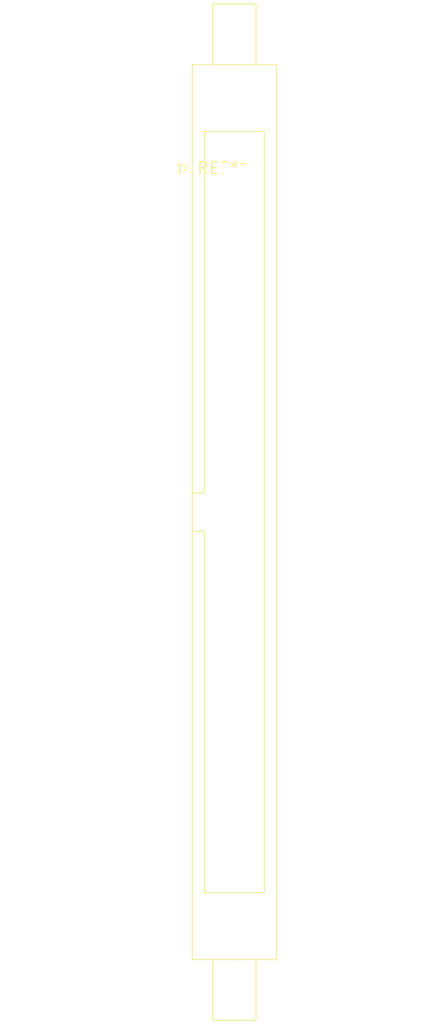
<source format=kicad_pcb>
(kicad_pcb (version 20240108) (generator pcbnew)
  (layers (0 "F.Cu" signal) (31 "B.Cu" signal) (34 "B.Paste" user) (35 "F.Paste" user) (36 "B.SilkS" user "B.Silkscreen") (37 "F.SilkS" user "F.Silkscreen") (38 "B.Mask" user) (39 "F.Mask" user) (44 "Edge.Cuts" user))
  (net 0 "")
  (footprint "IDC-Header_2x30_P2.54mm_Latch6.5mm_Vertical" (layer "F.Cu") (at 0 0)
    (property "Reference" "REF**")
    (property "Value" "IDC-Header_2x30_P2.54mm_Latch6.5mm_Vertical")
    (fp_line (start -4.63 -0.5) (end -4.63 0.5) (layer "F.SilkS") (stroke (width 0.12)))
    (fp_line (start -4.63 0.5) (end -3.63 0) (layer "F.SilkS") (stroke (width 0.12)))
    (fp_line (start -3.63 0) (end -4.63 -0.5) (layer "F.SilkS") (stroke (width 0.12)))
    (fp_line (start -3.24 -11.08) (end 5.78 -11.08) (layer "F.SilkS") (stroke (width 0.12)))
    (fp_line (start -3.24 34.78) (end -1.93 34.78) (layer "F.SilkS") (stroke (width 0.12)))
    (fp_line (start -3.24 84.74) (end -3.24 -11.08) (layer "F.SilkS") (stroke (width 0.12)))
    (fp_line (start -1.93 -3.92) (end 4.47 -3.92) (layer "F.SilkS") (stroke (width 0.12)))
    (fp_line (start -1.93 34.78) (end -1.93 -3.92) (layer "F.SilkS") (stroke (width 0.12)))
    (fp_line (start -1.93 38.88) (end -3.24 38.88) (layer "F.SilkS") (stroke (width 0.12)))
    (fp_line (start -1.93 38.88) (end -1.93 38.88) (layer "F.SilkS") (stroke (width 0.12)))
    (fp_line (start -1.93 77.58) (end -1.93 38.88) (layer "F.SilkS") (stroke (width 0.12)))
    (fp_line (start -1.04 -17.58) (end 3.58 -17.58) (layer "F.SilkS") (stroke (width 0.12)))
    (fp_line (start -1.04 -11.08) (end -1.04 -17.58) (layer "F.SilkS") (stroke (width 0.12)))
    (fp_line (start -1.04 84.74) (end -1.04 91.24) (layer "F.SilkS") (stroke (width 0.12)))
    (fp_line (start -1.04 91.24) (end 3.58 91.24) (layer "F.SilkS") (stroke (width 0.12)))
    (fp_line (start 3.58 -17.58) (end 3.58 -11.08) (layer "F.SilkS") (stroke (width 0.12)))
    (fp_line (start 3.58 91.24) (end 3.58 84.74) (layer "F.SilkS") (stroke (width 0.12)))
    (fp_line (start 4.47 -3.92) (end 4.47 77.58) (layer "F.SilkS") (stroke (width 0.12)))
    (fp_line (start 4.47 77.58) (end -1.93 77.58) (layer "F.SilkS") (stroke (width 0.12)))
    (fp_line (start 5.78 -11.08) (end 5.78 84.74) (layer "F.SilkS") (stroke (width 0.12)))
    (fp_line (start 5.78 84.74) (end -3.24 84.74) (layer "F.SilkS") (stroke (width 0.12)))
    (pad "1" thru_hole roundrect (at 0 0) (size 1.7 1.7) (drill 1) (layers *.Cu *.Mask) (remove_unused_layers) (roundrect_rratio 0.147059))
    (pad "2" thru_hole circle (at 2.54 0) (size 1.7 1.7) (drill 1) (layers *.Cu *.Mask) (remove_unused_layers))
    (pad "3" thru_hole circle (at 0 2.54) (size 1.7 1.7) (drill 1) (layers *.Cu *.Mask) (remove_unused_layers))
    (pad "4" thru_hole circle (at 2.54 2.54) (size 1.7 1.7) (drill 1) (layers *.Cu *.Mask) (remove_unused_layers))
    (pad "5" thru_hole circle (at 0 5.08) (size 1.7 1.7) (drill 1) (layers *.Cu *.Mask) (remove_unused_layers))
    (pad "6" thru_hole circle (at 2.54 5.08) (size 1.7 1.7) (drill 1) (layers *.Cu *.Mask) (remove_unused_layers))
    (pad "7" thru_hole circle (at 0 7.62) (size 1.7 1.7) (drill 1) (layers *.Cu *.Mask) (remove_unused_layers))
    (pad "8" thru_hole circle (at 2.54 7.62) (size 1.7 1.7) (drill 1) (layers *.Cu *.Mask) (remove_unused_layers))
    (pad "9" thru_hole circle (at 0 10.16) (size 1.7 1.7) (drill 1) (layers *.Cu *.Mask) (remove_unused_layers))
    (pad "10" thru_hole circle (at 2.54 10.16) (size 1.7 1.7) (drill 1) (layers *.Cu *.Mask) (remove_unused_layers))
    (pad "11" thru_hole circle (at 0 12.7) (size 1.7 1.7) (drill 1) (layers *.Cu *.Mask) (remove_unused_layers))
    (pad "12" thru_hole circle (at 2.54 12.7) (size 1.7 1.7) (drill 1) (layers *.Cu *.Mask) (remove_unused_layers))
    (pad "13" thru_hole circle (at 0 15.24) (size 1.7 1.7) (drill 1) (layers *.Cu *.Mask) (remove_unused_layers))
    (pad "14" thru_hole circle (at 2.54 15.24) (size 1.7 1.7) (drill 1) (layers *.Cu *.Mask) (remove_unused_layers))
    (pad "15" thru_hole circle (at 0 17.78) (size 1.7 1.7) (drill 1) (layers *.Cu *.Mask) (remove_unused_layers))
    (pad "16" thru_hole circle (at 2.54 17.78) (size 1.7 1.7) (drill 1) (layers *.Cu *.Mask) (remove_unused_layers))
    (pad "17" thru_hole circle (at 0 20.32) (size 1.7 1.7) (drill 1) (layers *.Cu *.Mask) (remove_unused_layers))
    (pad "18" thru_hole circle (at 2.54 20.32) (size 1.7 1.7) (drill 1) (layers *.Cu *.Mask) (remove_unused_layers))
    (pad "19" thru_hole circle (at 0 22.86) (size 1.7 1.7) (drill 1) (layers *.Cu *.Mask) (remove_unused_layers))
    (pad "20" thru_hole circle (at 2.54 22.86) (size 1.7 1.7) (drill 1) (layers *.Cu *.Mask) (remove_unused_layers))
    (pad "21" thru_hole circle (at 0 25.4) (size 1.7 1.7) (drill 1) (layers *.Cu *.Mask) (remove_unused_layers))
    (pad "22" thru_hole circle (at 2.54 25.4) (size 1.7 1.7) (drill 1) (layers *.Cu *.Mask) (remove_unused_layers))
    (pad "23" thru_hole circle (at 0 27.94) (size 1.7 1.7) (drill 1) (layers *.Cu *.Mask) (remove_unused_layers))
    (pad "24" thru_hole circle (at 2.54 27.94) (size 1.7 1.7) (drill 1) (layers *.Cu *.Mask) (remove_unused_layers))
    (pad "25" thru_hole circle (at 0 30.48) (size 1.7 1.7) (drill 1) (layers *.Cu *.Mask) (remove_unused_layers))
    (pad "26" thru_hole circle (at 2.54 30.48) (size 1.7 1.7) (drill 1) (layers *.Cu *.Mask) (remove_unused_layers))
    (pad "27" thru_hole circle (at 0 33.02) (size 1.7 1.7) (drill 1) (layers *.Cu *.Mask) (remove_unused_layers))
    (pad "28" thru_hole circle (at 2.54 33.02) (size 1.7 1.7) (drill 1) (layers *.Cu *.Mask) (remove_unused_layers))
    (pad "29" thru_hole circle (at 0 35.56) (size 1.7 1.7) (drill 1) (layers *.Cu *.Mask) (remove_unused_layers))
    (pad "30" thru_hole circle (at 2.54 35.56) (size 1.7 1.7) (drill 1) (layers *.Cu *.Mask) (remove_unused_layers))
    (pad "31" thru_hole circle (at 0 38.1) (size 1.7 1.7) (drill 1) (layers *.Cu *.Mask) (remove_unused_layers))
    (pad "32" thru_hole circle (at 2.54 38.1) (size 1.7 1.7) (drill 1) (layers *.Cu *.Mask) (remove_unused_layers))
    (pad "33" thru_hole circle (at 0 40.64) (size 1.7 1.7) (drill 1) (layers *.Cu *.Mask) (remove_unused_layers))
    (pad "34" thru_hole circle (at 2.54 40.64) (size 1.7 1.7) (drill 1) (layers *.Cu *.Mask) (remove_unused_layers))
    (pad "35" thru_hole circle (at 0 43.18) (size 1.7 1.7) (drill 1) (layers *.Cu *.Mask) (remove_unused_layers))
    (pad "36" thru_hole circle (at 2.54 43.18) (size 1.7 1.7) (drill 1) (layers *.Cu *.Mask) (remove_unused_layers))
    (pad "37" thru_hole circle (at 0 45.72) (size 1.7 1.7) (drill 1) (layers *.Cu *.Mask) (remove_unused_layers))
    (pad "38" thru_hole circle (at 2.54 45.72) (size 1.7 1.7) (drill 1) (layers *.Cu *.Mask) (remove_unused_layers))
    (pad "39" thru_hole circle (at 0 48.26) (size 1.7 1.7) (drill 1) (layers *.Cu *.Mask) (remove_unused_layers))
    (pad "40" thru_hole circle (at 2.54 48.26) (size 1.7 1.7) (drill 1) (layers *.Cu *.Mask) (remove_unused_layers))
    (pad "41" thru_hole circle (at 0 50.8) (size 1.7 1.7) (drill 1) (layers *.Cu *.Mask) (remove_unused_layers))
    (pad "42" thru_hole circle (at 2.54 50.8) (size 1.7 1.7) (drill 1) (layers *.Cu *.Mask) (remove_unused_layers))
    (pad "43" thru_hole circle (at 0 53.34) (size 1.7 1.7) (drill 1) (layers *.Cu *.Mask) (remove_unused_layers))
    (pad "44" thru_hole circle (at 2.54 53.34) (size 1.7 1.7) (drill 1) (layers *.Cu *.Mask) (remove_unused_layers))
    (pad "45" thru_hole circle (at 0 55.88) (size 1.7 1.7) (drill 1) (layers *.Cu *.Mask) (remove_unused_layers))
    (pad "46" thru_hole circle (at 2.54 55.88) (size 1.7 1.7) (drill 1) (layers *.Cu *.Mask) (remove_unused_layers))
    (pad "47" thru_hole circle (at 0 58.42) (size 1.7 1.7) (drill 1) (layers *.Cu *.Mask) (remove_unused_layers))
    (pad "48" thru_hole circle (at 2.54 58.42) (size 1.7 1.7) (drill 1) (layers *.Cu *.Mask) (remove_unused_layers))
    (pad "49" thru_hole circle (at 0 60.96) (size 1.7 1.7) (drill 1) (layers *.Cu *.Mask) (remove_unused_layers))
    (pad "50" thru_hole circle (at 2.54 60.96) (size 1.7 1.7) (drill 1) (layers *.Cu *.Mask) (remove_unused_layers))
    (pad "51" thru_hole circle (at 0 63.5) (size 1.7 1.7) (drill 1) (layers *.Cu *.Mask) (remove_unused_layers))
    (pad "52" thru_hole circle (at 2.54 63.5) (size 1.7 1.7) (drill 1) (layers *.Cu *.Mask) (remove_unused_layers))
    (pad "53" thru_hole circle (at 0 66.04) (size 1.7 1.7) (drill 1) (layers *.Cu *.Mask) (remove_unused_layers))
    (pad "54" thru_hole circle (at 2.54 66.04) (size 1.7 1.7) (drill 1) (layers *.Cu *.Mask) (remove_unused_layers))
    (pad "55" thru_hole circle (at 0 68.58) (size 1.7 1.7) (drill 1) (layers *.Cu *.Mask) (remove_unused_layers))
    (pad "56" thru_hole circle (at 2.54 68.58) (size 1.7 1.7) (drill 1) (layers *.Cu *.Mask) (remove_unused_layers))
    (pad "57" thru_hole circle (at 0 71.12) (size 1.7 1.7) (drill 1) (layers *.Cu *.Mask) (remove_unused_layers))
    (pad "58" thru_hole circle (at 2.54 71.12) (size 1.7 1.7) (drill 1) (layers *.Cu *.Mask) (remove_unused_layers))
    (pad "59" thru_hole circle (at 0 73.66) (size 1.7 1.7) (drill 1) (layers *.Cu *.Mask) (remove_unused_layers))
    (pad "60" thru_hole circle (at 2.54 73.66) (size 1.7 1.7) (drill 1) (layers *.Cu *.Mask) (remove_unused_layers))
  )
)
</source>
